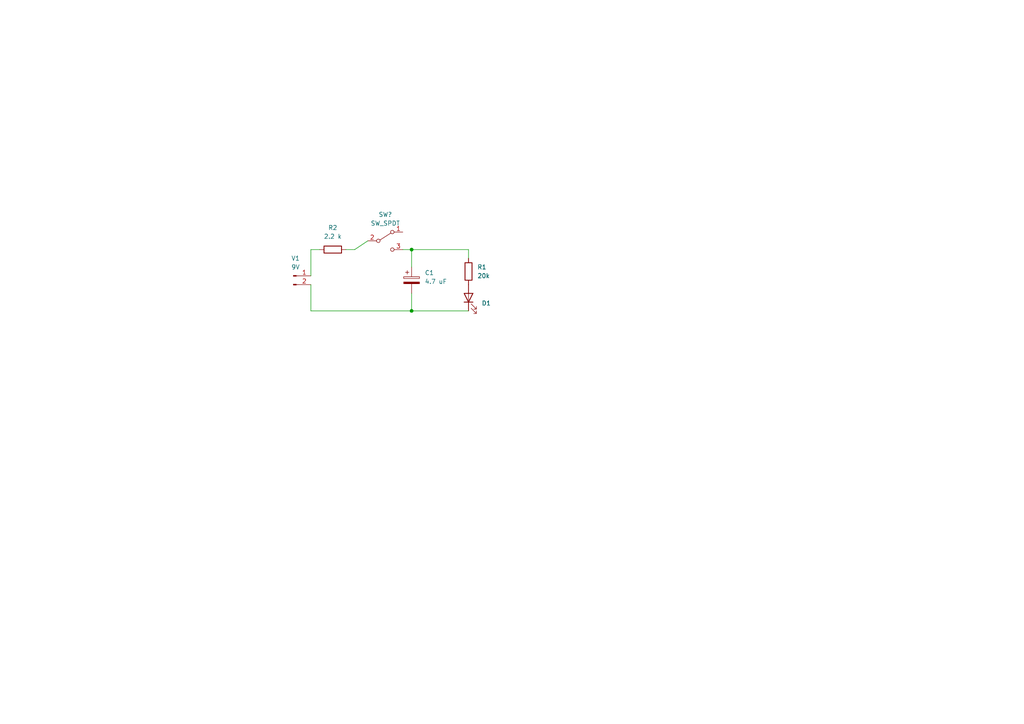
<source format=kicad_sch>
(kicad_sch (version 20211123) (generator eeschema)
  (paper "A4")
  (lib_symbols
    (symbol "Connector:Conn_01x02_Male" (pin_names (offset 1.016) hide)
      (property "Reference" "J" (at 0 2.54 0))
      (property "Value" "Conn_01x02_Male" (at 0 -5.08 0))
      (symbol "Conn_01x02_Male_1_1"
        (polyline (pts (xy 1.27 -2.54) (xy 0.8636 -2.54)) (stroke (width 0.1524)))
        (polyline (pts (xy 1.27 0) (xy 0.8636 0)) (stroke (width 0.1524)))
        (rectangle (start 0.8636 -2.413) (end 0 -2.667) (stroke (width 0.1524)) (fill (type outline)))
        (rectangle (start 0.8636 0.127) (end 0 -0.127) (stroke (width 0.1524)) (fill (type outline)))
        (pin passive line (at 5.08 0 180) (length 3.81) (name "Pin_1") (number "1"))
        (pin passive line (at 5.08 -2.54 180) (length 3.81) (name "Pin_2") (number "2"))
      )
    )
    (symbol "Device:C_Polarized" (pin_numbers hide) (pin_names (offset 0.254))
      (property "Reference" "C" (at 0.635 2.54 0))
      (property "Value" "C_Polarized" (at 0.635 -2.54 0))
      (symbol "C_Polarized_0_1"
        (rectangle (start -2.286 0.508) (end 2.286 1.016))
        (polyline (pts (xy -1.778 2.286) (xy -0.762 2.286)))
        (polyline (pts (xy -1.27 2.794) (xy -1.27 1.778)))
        (rectangle (start 2.286 -0.508) (end -2.286 -1.016) (fill (type outline)))
      )
      (symbol "C_Polarized_1_1"
        (pin passive line (at 0 3.81 270) (length 2.794) (name "~") (number "1"))
        (pin passive line (at 0 -3.81 90) (length 2.794) (name "~") (number "2"))
      )
    )
    (symbol "Device:LED" (pin_numbers hide) (pin_names (offset 1.016) hide)
      (property "Reference" "D" (at 0 2.54 0))
      (property "Value" "LED" (at 0 -2.54 0))
      (symbol "LED_0_1"
        (polyline (pts (xy -1.27 -1.27) (xy -1.27 1.27)) (stroke (width 0.254)))
        (polyline (pts (xy -1.27 0) (xy 1.27 0)))
        (polyline (pts (xy 1.27 -1.27) (xy 1.27 1.27) (xy -1.27 0) (xy 1.27 -1.27)) (stroke (width 0.254)))
        (polyline (pts (xy -3.048 -0.762) (xy -4.572 -2.286) (xy -3.81 -2.286) (xy -4.572 -2.286) (xy -4.572 -1.524)))
        (polyline (pts (xy -1.778 -0.762) (xy -3.302 -2.286) (xy -2.54 -2.286) (xy -3.302 -2.286) (xy -3.302 -1.524)))
      )
      (symbol "LED_1_1"
        (pin passive line (at -3.81 0 0) (length 2.54) (name "K") (number "1"))
        (pin passive line (at 3.81 0 180) (length 2.54) (name "A") (number "2"))
      )
    )
    (symbol "Device:R" (pin_numbers hide) (pin_names (offset 0))
      (property "Reference" "R" (at 2.032 0 90))
      (property "Value" "R" (at 0 0 90))
      (symbol "R_0_1"
        (rectangle (start -1.016 -2.54) (end 1.016 2.54) (stroke (width 0.254)))
      )
      (symbol "R_1_1"
        (pin passive line (at 0 3.81 270) (length 1.27) (name "~") (number "1"))
        (pin passive line (at 0 -3.81 90) (length 1.27) (name "~") (number "2"))
      )
    )
    (symbol "Switch:SW_SPDT" (pin_names (offset 0) hide)
      (property "Reference" "SW" (at 0 4.318 0))
      (property "Value" "SW_SPDT" (at 0 -5.08 0))
      (symbol "SW_SPDT_0_0"
        (circle (center -2.032 0) (radius 0.508))
        (circle (center 2.032 -2.54) (radius 0.508))
      )
      (symbol "SW_SPDT_0_1"
        (polyline (pts (xy -1.524 0.254) (xy 1.651 2.286)))
        (circle (center 2.032 2.54) (radius 0.508))
      )
      (symbol "SW_SPDT_1_1"
        (pin passive line (at 5.08 2.54 180) (length 2.54) (name "A") (number "1"))
        (pin passive line (at -5.08 0 0) (length 2.54) (name "B") (number "2"))
        (pin passive line (at 5.08 -2.54 180) (length 2.54) (name "C") (number "3"))
      )
    )
  )
  (junction (at 119.38 72.39))
  (junction (at 119.38 90.17))
  (wire (pts (xy 90.17 72.39) (xy 90.17 80.01)))
  (wire (pts (xy 106.68 69.85) (xy 102.87 72.39)))
  (wire (pts (xy 135.89 90.17) (xy 119.38 90.17)))
  (wire (pts (xy 90.17 90.17) (xy 119.38 90.17)))
  (wire (pts (xy 90.17 82.55) (xy 90.17 90.17)))
  (wire (pts (xy 119.38 72.39) (xy 135.89 72.39)))
  (wire (pts (xy 90.17 72.39) (xy 92.71 72.39)))
  (wire (pts (xy 116.84 72.39) (xy 119.38 72.39)))
  (wire (pts (xy 119.38 72.39) (xy 119.38 77.47)))
  (wire (pts (xy 135.89 72.39) (xy 135.89 74.93)))
  (wire (pts (xy 119.38 90.17) (xy 119.38 85.09)))
  (wire (pts (xy 100.33 72.39) (xy 102.87 72.39)))
  (symbol (lib_id "Device:C_Polarized") (at 119.38 81.28 0) (unit 1)
    (property "Reference" "C1" (at 123.19 79.1209 0) (effects (justify left)))
    (property "Value" "4.7 uF" (at 123.19 81.6609 0) (effects (justify left)))
    (property "Footprint" "Capacitor_THT:C_Radial_D5.0mm_H5.0mm_P2.00mm" (effects hide))
  )
  (symbol (lib_id "Device:LED") (at 135.89 86.36 90) (unit 1)
    (property "Reference" "D1" (at 139.7 87.9474 90) (effects (justify right)))
    (property "Value" "LED" (effects hide))
    (property "Footprint" "LED_THT:LED_D5.0mm" (effects hide))
  )
  (symbol (lib_id "Device:R") (at 135.89 78.74 180) (unit 1)
    (property "Reference" "R1" (at 138.43 77.4699 0) (effects (justify right)))
    (property "Value" "20k" (at 138.43 80.0099 0) (effects (justify right)))
    (property "Footprint" "Resistor_THT:R_Axial_DIN0516_L15.5mm_D5.0mm_P20.32mm_Horizontal" (effects hide))
  )
  (symbol (lib_id "Device:R") (at 96.52 72.39 90) (unit 1)
    (property "Reference" "R2" (at 96.52 66.04 90))
    (property "Value" "2.2 k" (at 96.52 68.58 90))
    (property "Footprint" "Resistor_THT:R_Axial_DIN0516_L15.5mm_D5.0mm_P20.32mm_Horizontal" (effects hide))
  )
  (symbol (lib_id "Connector:Conn_01x02_Male") (at 85.09 80.01 0) (unit 1)
    (property "Reference" "V1" (at 85.725 74.93 0))
    (property "Value" "9V" (at 85.725 77.47 0))
    (property "Footprint" "Connector_JST:JST_PH_B2B-PH-K_1x02_P2.00mm_Vertical" (effects hide))
  )
  (symbol (lib_id "Switch:SW_SPDT") (at 111.76 69.85 0) (unit 1)
    (property "Reference" "SW?" (at 111.76 62.23 0))
    (property "Value" "SW_SPDT" (at 111.76 64.77 0))
    (property "Footprint" "Button_Switch_THT:SW_E-Switch_EG1224_SPDT_Angled" (effects hide))
  )
)
</source>
